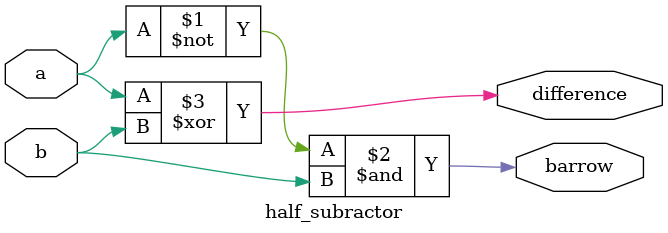
<source format=v>
`timescale 1ns / 1ps
module half_subractor(
    input a,
    input b,
    output barrow,
    output difference
    );
	assign barrow=(~a)&b;
	assign difference = a^b;

endmodule

</source>
